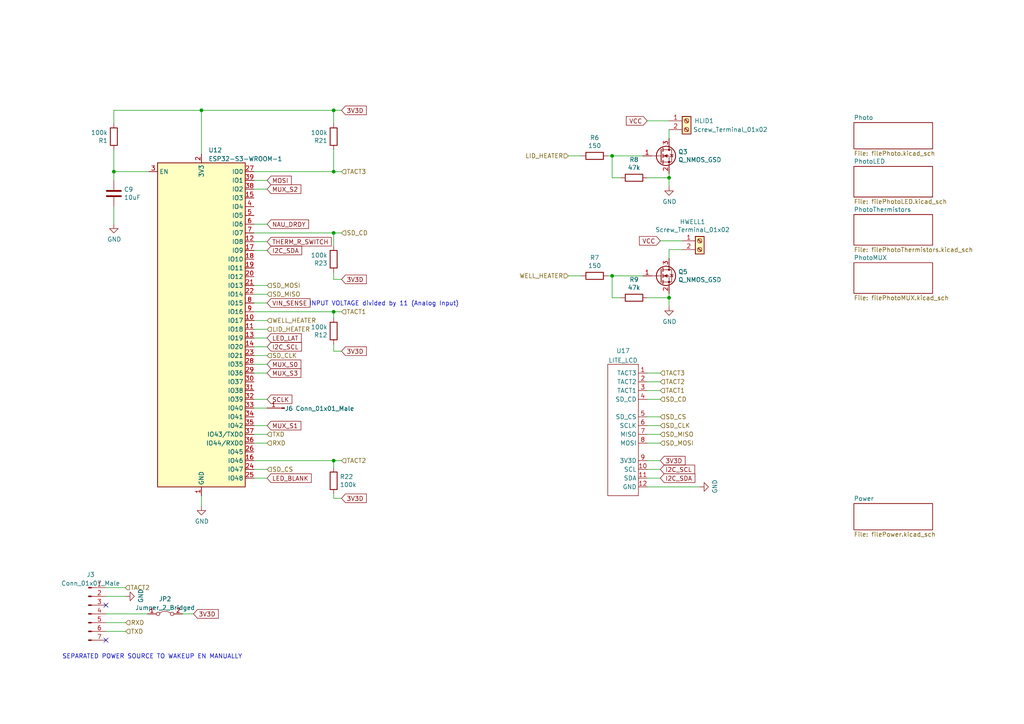
<source format=kicad_sch>
(kicad_sch (version 20211123) (generator eeschema)
  (paper "A4")
  (lib_symbols
    (symbol "Connector:Conn_01x01_Male" (pin_names (offset 1.016) hide)
      (property "Reference" "J" (at 0 2.54 0))
      (property "Value" "Conn_01x01_Male" (at 0 -2.54 0))
      (symbol "Conn_01x01_Male_1_1"
        (polyline (pts (xy 1.27 0) (xy 0.8636 0)) (stroke (width 0.1524)))
        (rectangle (start 0.8636 0.127) (end 0 -0.127) (stroke (width 0.1524)) (fill (type outline)))
        (pin passive line (at 5.08 0 180) (length 3.81) (name "Pin_1") (number "1"))
      )
    )
    (symbol "Connector:Conn_01x07_Male" (pin_names (offset 1.016) hide)
      (property "Reference" "J" (at 0 10.16 0))
      (property "Value" "Conn_01x07_Male" (at 0 -10.16 0))
      (symbol "Conn_01x07_Male_1_1"
        (polyline (pts (xy 1.27 -7.62) (xy 0.8636 -7.62)) (stroke (width 0.1524)))
        (polyline (pts (xy 1.27 -5.08) (xy 0.8636 -5.08)) (stroke (width 0.1524)))
        (polyline (pts (xy 1.27 -2.54) (xy 0.8636 -2.54)) (stroke (width 0.1524)))
        (polyline (pts (xy 1.27 0) (xy 0.8636 0)) (stroke (width 0.1524)))
        (polyline (pts (xy 1.27 2.54) (xy 0.8636 2.54)) (stroke (width 0.1524)))
        (polyline (pts (xy 1.27 5.08) (xy 0.8636 5.08)) (stroke (width 0.1524)))
        (polyline (pts (xy 1.27 7.62) (xy 0.8636 7.62)) (stroke (width 0.1524)))
        (rectangle (start 0.8636 -7.493) (end 0 -7.747) (stroke (width 0.1524)) (fill (type outline)))
        (rectangle (start 0.8636 -4.953) (end 0 -5.207) (stroke (width 0.1524)) (fill (type outline)))
        (rectangle (start 0.8636 -2.413) (end 0 -2.667) (stroke (width 0.1524)) (fill (type outline)))
        (rectangle (start 0.8636 0.127) (end 0 -0.127) (stroke (width 0.1524)) (fill (type outline)))
        (rectangle (start 0.8636 2.667) (end 0 2.413) (stroke (width 0.1524)) (fill (type outline)))
        (rectangle (start 0.8636 5.207) (end 0 4.953) (stroke (width 0.1524)) (fill (type outline)))
        (rectangle (start 0.8636 7.747) (end 0 7.493) (stroke (width 0.1524)) (fill (type outline)))
        (pin passive line (at 5.08 7.62 180) (length 3.81) (name "Pin_1") (number "1"))
        (pin passive line (at 5.08 5.08 180) (length 3.81) (name "Pin_2") (number "2"))
        (pin passive line (at 5.08 2.54 180) (length 3.81) (name "Pin_3") (number "3"))
        (pin passive line (at 5.08 0 180) (length 3.81) (name "Pin_4") (number "4"))
        (pin passive line (at 5.08 -2.54 180) (length 3.81) (name "Pin_5") (number "5"))
        (pin passive line (at 5.08 -5.08 180) (length 3.81) (name "Pin_6") (number "6"))
        (pin passive line (at 5.08 -7.62 180) (length 3.81) (name "Pin_7") (number "7"))
      )
    )
    (symbol "Connector:Screw_Terminal_01x02" (pin_names (offset 1.016) hide)
      (property "Reference" "J" (at 0 2.54 0))
      (property "Value" "Screw_Terminal_01x02" (at 0 -5.08 0))
      (symbol "Screw_Terminal_01x02_1_1"
        (rectangle (start -1.27 1.27) (end 1.27 -3.81) (stroke (width 0.254)) (fill (type background)))
        (circle (center 0 -2.54) (radius 0.635) (stroke (width 0.1524)))
        (polyline (pts (xy -0.5334 -2.2098) (xy 0.3302 -3.048)) (stroke (width 0.1524)))
        (polyline (pts (xy -0.5334 0.3302) (xy 0.3302 -0.508)) (stroke (width 0.1524)))
        (polyline (pts (xy -0.3556 -2.032) (xy 0.508 -2.8702)) (stroke (width 0.1524)))
        (polyline (pts (xy -0.3556 0.508) (xy 0.508 -0.3302)) (stroke (width 0.1524)))
        (circle (center 0 0) (radius 0.635) (stroke (width 0.1524)))
        (pin passive line (at -5.08 0 0) (length 3.81) (name "Pin_1") (number "1"))
        (pin passive line (at -5.08 -2.54 0) (length 3.81) (name "Pin_2") (number "2"))
      )
    )
    (symbol "Device:C" (pin_numbers hide) (pin_names (offset 0.254))
      (property "Reference" "C" (at 0.635 2.54 0))
      (property "Value" "C" (at 0.635 -2.54 0))
      (symbol "C_0_1"
        (polyline (pts (xy -2.032 -0.762) (xy 2.032 -0.762)) (stroke (width 0.508)))
        (polyline (pts (xy -2.032 0.762) (xy 2.032 0.762)) (stroke (width 0.508)))
      )
      (symbol "C_1_1"
        (pin passive line (at 0 3.81 270) (length 2.794) (name "~") (number "1"))
        (pin passive line (at 0 -3.81 90) (length 2.794) (name "~") (number "2"))
      )
    )
    (symbol "Device:Q_NMOS_GSD" (pin_names (offset 0) hide)
      (property "Reference" "Q" (at 5.08 1.27 0))
      (property "Value" "Q_NMOS_GSD" (at 5.08 -1.27 0))
      (symbol "Q_NMOS_GSD_0_1"
        (polyline (pts (xy 0.254 0) (xy -2.54 0)))
        (polyline (pts (xy 0.254 1.905) (xy 0.254 -1.905)) (stroke (width 0.254)))
        (polyline (pts (xy 0.762 -1.27) (xy 0.762 -2.286)) (stroke (width 0.254)))
        (polyline (pts (xy 0.762 0.508) (xy 0.762 -0.508)) (stroke (width 0.254)))
        (polyline (pts (xy 0.762 2.286) (xy 0.762 1.27)) (stroke (width 0.254)))
        (polyline (pts (xy 2.54 2.54) (xy 2.54 1.778)))
        (polyline (pts (xy 2.54 -2.54) (xy 2.54 0) (xy 0.762 0)))
        (polyline (pts (xy 0.762 -1.778) (xy 3.302 -1.778) (xy 3.302 1.778) (xy 0.762 1.778)))
        (polyline (pts (xy 1.016 0) (xy 2.032 0.381) (xy 2.032 -0.381) (xy 1.016 0)) (fill (type outline)))
        (polyline (pts (xy 2.794 0.508) (xy 2.921 0.381) (xy 3.683 0.381) (xy 3.81 0.254)))
        (polyline (pts (xy 3.302 0.381) (xy 2.921 -0.254) (xy 3.683 -0.254) (xy 3.302 0.381)))
        (circle (center 1.651 0) (radius 2.794) (stroke (width 0.254)))
        (circle (center 2.54 -1.778) (radius 0.254) (fill (type outline)))
        (circle (center 2.54 1.778) (radius 0.254) (fill (type outline)))
      )
      (symbol "Q_NMOS_GSD_1_1"
        (pin input line (at -5.08 0 0) (length 2.54) (name "G") (number "1"))
        (pin passive line (at 2.54 -5.08 90) (length 2.54) (name "S") (number "2"))
        (pin passive line (at 2.54 5.08 270) (length 2.54) (name "D") (number "3"))
      )
    )
    (symbol "Device:R" (pin_numbers hide) (pin_names (offset 0))
      (property "Reference" "R" (at 2.032 0 90))
      (property "Value" "R" (at 0 0 90))
      (symbol "R_0_1"
        (rectangle (start -1.016 -2.54) (end 1.016 2.54) (stroke (width 0.254)))
      )
      (symbol "R_1_1"
        (pin passive line (at 0 3.81 270) (length 1.27) (name "~") (number "1"))
        (pin passive line (at 0 -3.81 90) (length 1.27) (name "~") (number "2"))
      )
    )
    (symbol "Jumper:Jumper_2_Bridged" (pin_names (offset 0) hide)
      (property "Reference" "JP" (at 0 1.905 0))
      (property "Value" "Jumper_2_Bridged" (at 0 -2.54 0))
      (symbol "Jumper_2_Bridged_0_0"
        (circle (center -2.032 0) (radius 0.508))
        (circle (center 2.032 0) (radius 0.508))
      )
      (symbol "Jumper_2_Bridged_0_1"
        (arc (start 1.524 0.254) (mid 0 0.762) (end -1.524 0.254))
      )
      (symbol "Jumper_2_Bridged_1_1"
        (pin passive line (at -5.08 0 0) (length 2.54) (name "A") (number "1"))
        (pin passive line (at 5.08 0 180) (length 2.54) (name "B") (number "2"))
      )
    )
    (symbol "Ninja-qPCR:ESP32-­S3-­WROOM­-1"
      (property "Reference" "U" (at -12.7 34.29 0))
      (property "Value" "ESP32-­S3-­WROOM­-1" (at 1.27 34.29 0))
      (symbol "ESP32-­S3-­WROOM­-1_0_1"
        (rectangle (start -12.7 33.02) (end 12.7 -60.96) (stroke (width 0.254)) (fill (type background)))
      )
      (symbol "ESP32-­S3-­WROOM­-1_1_1"
        (pin power_in line (at 0 -63.5 90) (length 2.54) (name "GND") (number "1"))
        (pin bidirectional line (at 15.24 -12.7 180) (length 2.54) (name "IO17") (number "10"))
        (pin bidirectional line (at 15.24 -15.24 180) (length 2.54) (name "IO18") (number "11"))
        (pin bidirectional line (at 15.24 10.16 180) (length 2.54) (name "IO8") (number "12"))
        (pin bidirectional line (at 15.24 -17.78 180) (length 2.54) (name "IO19") (number "13"))
        (pin bidirectional line (at 15.24 -20.32 180) (length 2.54) (name "IO20") (number "14"))
        (pin bidirectional line (at 15.24 22.86 180) (length 2.54) (name "IO3") (number "15"))
        (pin bidirectional line (at 15.24 -53.34 180) (length 2.54) (name "IO46") (number "16"))
        (pin bidirectional line (at 15.24 7.62 180) (length 2.54) (name "IO9") (number "17"))
        (pin bidirectional line (at 15.24 5.08 180) (length 2.54) (name "IO10") (number "18"))
        (pin bidirectional line (at 15.24 2.54 180) (length 2.54) (name "IO11") (number "19"))
        (pin power_in line (at 0 35.56 270) (length 2.54) (name "3V3") (number "2"))
        (pin bidirectional line (at 15.24 0 180) (length 2.54) (name "IO12") (number "20"))
        (pin bidirectional line (at 15.24 -2.54 180) (length 2.54) (name "IO13") (number "21"))
        (pin bidirectional line (at 15.24 -5.08 180) (length 2.54) (name "IO14") (number "22"))
        (pin bidirectional line (at 15.24 -22.86 180) (length 2.54) (name "IO21") (number "23"))
        (pin bidirectional line (at 15.24 -55.88 180) (length 2.54) (name "IO47") (number "24"))
        (pin bidirectional line (at 15.24 -58.42 180) (length 2.54) (name "IO48") (number "25"))
        (pin bidirectional line (at 15.24 -50.8 180) (length 2.54) (name "IO45") (number "26"))
        (pin bidirectional line (at 15.24 30.48 180) (length 2.54) (name "IO0") (number "27"))
        (pin bidirectional line (at 15.24 -25.4 180) (length 2.54) (name "IO35") (number "28"))
        (pin bidirectional line (at 15.24 -27.94 180) (length 2.54) (name "IO36") (number "29"))
        (pin input line (at -15.24 30.48 0) (length 2.54) (name "EN") (number "3"))
        (pin bidirectional line (at 15.24 -30.48 180) (length 2.54) (name "IO37") (number "30"))
        (pin bidirectional line (at 15.24 -33.02 180) (length 2.54) (name "IO38") (number "31"))
        (pin bidirectional line (at 15.24 -35.56 180) (length 2.54) (name "IO39") (number "32"))
        (pin bidirectional line (at 15.24 -38.1 180) (length 2.54) (name "IO40") (number "33"))
        (pin bidirectional line (at 15.24 -40.64 180) (length 2.54) (name "IO41") (number "34"))
        (pin bidirectional line (at 15.24 -43.18 180) (length 2.54) (name "IO42") (number "35"))
        (pin bidirectional line (at 15.24 -48.26 180) (length 2.54) (name "IO44/RXD0") (number "36"))
        (pin bidirectional line (at 15.24 -45.72 180) (length 2.54) (name "IO43/TXD0") (number "37"))
        (pin bidirectional line (at 15.24 25.4 180) (length 2.54) (name "IO2") (number "38"))
        (pin bidirectional line (at 15.24 27.94 180) (length 2.54) (name "IO1") (number "39"))
        (pin input line (at 15.24 20.32 180) (length 2.54) (name "IO4") (number "4"))
        (pin passive line (at 0 -63.5 90) (length 2.54) hide (name "GND") (number "40"))
        (pin passive line (at 0 -63.5 90) (length 2.54) hide (name "GND") (number "41"))
        (pin input line (at 15.24 17.78 180) (length 2.54) (name "IO5") (number "5"))
        (pin input line (at 15.24 15.24 180) (length 2.54) (name "IO6") (number "6"))
        (pin input line (at 15.24 12.7 180) (length 2.54) (name "IO7") (number "7"))
        (pin bidirectional line (at 15.24 -7.62 180) (length 2.54) (name "IO15") (number "8"))
        (pin bidirectional line (at 15.24 -10.16 180) (length 2.54) (name "IO16") (number "9"))
      )
    )
    (symbol "Ninja-qPCR:LITE_LCD"
      (property "Reference" "U" (at -3.81 3.81 0))
      (property "Value" "LITE_LCD" (at -3.81 -36.83 0))
      (symbol "LITE_LCD_0_1"
        (rectangle (start 0 2.54) (end -8.89 -35.56) (stroke (width 0.1524)))
      )
      (symbol "LITE_LCD_1_1"
        (pin input line (at 2.54 0 180) (length 2.54) (name "TACT3") (number "1"))
        (pin input line (at 2.54 -27.94 180) (length 2.54) (name "SCL") (number "10"))
        (pin input line (at 2.54 -30.48 180) (length 2.54) (name "SDA") (number "11"))
        (pin input line (at 2.54 -33.02 180) (length 2.54) (name "GND") (number "12"))
        (pin input line (at 2.54 -2.54 180) (length 2.54) (name "TACT2") (number "2"))
        (pin input line (at 2.54 -5.08 180) (length 2.54) (name "TACT1") (number "3"))
        (pin input line (at 2.54 -7.62 180) (length 2.54) (name "SD_CD") (number "4"))
        (pin input line (at 2.54 -12.7 180) (length 2.54) (name "SD_CS") (number "5"))
        (pin input line (at 2.54 -15.24 180) (length 2.54) (name "SCLK") (number "6"))
        (pin input line (at 2.54 -17.78 180) (length 2.54) (name "MISO") (number "7"))
        (pin input line (at 2.54 -20.32 180) (length 2.54) (name "MOSI") (number "8"))
        (pin input line (at 2.54 -25.4 180) (length 2.54) (name "3V3D") (number "9"))
      )
    )
    (symbol "power:GND" (power) (pin_names (offset 0))
      (property "Value" "GND" (at 0 -3.81 0))
      (symbol "GND_0_1"
        (polyline (pts (xy 0 0) (xy 0 -1.27) (xy 1.27 -1.27) (xy 0 -2.54) (xy -1.27 -1.27) (xy 0 -1.27)))
      )
      (symbol "GND_1_1"
        (pin power_in line (at 0 0 270) (length 0) hide (name "GND") (number "1"))
      )
    )
  )
  (junction (at 177.546 45.212))
  (junction (at 33.02 49.784))
  (junction (at 96.774 133.604))
  (junction (at 194.056 86.36))
  (junction (at 58.42 32.004))
  (junction (at 96.774 49.784))
  (junction (at 96.774 32.004))
  (junction (at 194.056 51.562))
  (junction (at 96.774 90.424))
  (junction (at 96.774 67.564))
  (junction (at 177.546 80.01))
  (no_connect (at 30.734 185.674))
  (no_connect (at 30.734 175.514))
  (wire (pts (xy 99.06 144.526) (xy 96.774 144.526)))
  (wire (pts (xy 187.706 51.562) (xy 194.056 51.562)))
  (wire (pts (xy 73.66 70.104) (xy 77.47 70.104)))
  (wire (pts (xy 177.546 80.01) (xy 176.276 80.01)))
  (wire (pts (xy 73.66 115.824) (xy 77.47 115.824)))
  (wire (pts (xy 177.546 51.562) (xy 177.546 45.212)))
  (wire (pts (xy 96.774 49.784) (xy 99.06 49.784)))
  (wire (pts (xy 197.866 72.39) (xy 194.056 72.39)))
  (wire (pts (xy 187.706 125.984) (xy 191.516 125.984)))
  (wire (pts (xy 191.516 69.85) (xy 197.866 69.85)))
  (wire (pts (xy 73.66 65.024) (xy 77.47 65.024)))
  (wire (pts (xy 73.66 82.804) (xy 77.47 82.804)))
  (wire (pts (xy 96.774 43.434) (xy 96.774 49.784)))
  (wire (pts (xy 177.546 86.36) (xy 177.546 80.01)))
  (wire (pts (xy 186.436 45.212) (xy 177.546 45.212)))
  (wire (pts (xy 58.42 32.004) (xy 33.02 32.004)))
  (wire (pts (xy 58.42 32.004) (xy 96.774 32.004)))
  (wire (pts (xy 73.66 128.524) (xy 77.47 128.524)))
  (wire (pts (xy 73.66 90.424) (xy 96.774 90.424)))
  (wire (pts (xy 33.02 43.434) (xy 33.02 49.784)))
  (wire (pts (xy 187.706 120.904) (xy 191.516 120.904)))
  (wire (pts (xy 33.02 32.004) (xy 33.02 35.814)))
  (wire (pts (xy 187.706 136.144) (xy 191.516 136.144)))
  (wire (pts (xy 96.774 67.564) (xy 96.774 71.374)))
  (wire (pts (xy 73.66 92.964) (xy 77.47 92.964)))
  (wire (pts (xy 187.706 141.224) (xy 202.946 141.224)))
  (wire (pts (xy 30.734 172.974) (xy 36.449 172.974)))
  (wire (pts (xy 187.706 86.36) (xy 194.056 86.36)))
  (wire (pts (xy 73.66 133.604) (xy 96.774 133.604)))
  (wire (pts (xy 187.706 115.824) (xy 191.516 115.824)))
  (wire (pts (xy 180.086 86.36) (xy 177.546 86.36)))
  (wire (pts (xy 73.66 138.684) (xy 77.47 138.684)))
  (wire (pts (xy 73.66 100.584) (xy 77.47 100.584)))
  (wire (pts (xy 96.774 81.026) (xy 96.774 78.994)))
  (wire (pts (xy 194.056 88.9) (xy 194.056 86.36)))
  (wire (pts (xy 73.66 54.864) (xy 77.47 54.864)))
  (wire (pts (xy 96.774 90.424) (xy 99.06 90.424)))
  (wire (pts (xy 187.706 133.604) (xy 191.516 133.604)))
  (wire (pts (xy 73.66 52.324) (xy 77.47 52.324)))
  (wire (pts (xy 164.846 80.01) (xy 168.656 80.01)))
  (wire (pts (xy 96.774 99.822) (xy 96.774 101.854)))
  (wire (pts (xy 73.66 85.344) (xy 77.47 85.344)))
  (wire (pts (xy 33.02 49.784) (xy 43.18 49.784)))
  (wire (pts (xy 96.774 67.564) (xy 99.06 67.564)))
  (wire (pts (xy 33.02 59.944) (xy 33.02 65.024)))
  (wire (pts (xy 96.774 90.424) (xy 96.774 92.202)))
  (wire (pts (xy 73.66 67.564) (xy 96.774 67.564)))
  (wire (pts (xy 58.42 143.764) (xy 58.42 146.812)))
  (wire (pts (xy 73.66 105.664) (xy 77.47 105.664)))
  (wire (pts (xy 58.42 32.004) (xy 58.42 44.704)))
  (wire (pts (xy 73.66 118.364) (xy 77.47 118.364)))
  (wire (pts (xy 30.734 178.054) (xy 42.799 178.054)))
  (wire (pts (xy 73.66 136.144) (xy 77.47 136.144)))
  (wire (pts (xy 186.436 80.01) (xy 177.546 80.01)))
  (wire (pts (xy 194.056 86.36) (xy 194.056 85.09)))
  (wire (pts (xy 194.056 72.39) (xy 194.056 74.93)))
  (wire (pts (xy 73.66 98.044) (xy 77.47 98.044)))
  (wire (pts (xy 73.66 125.984) (xy 77.47 125.984)))
  (wire (pts (xy 73.66 108.204) (xy 77.47 108.204)))
  (wire (pts (xy 30.734 170.434) (xy 36.322 170.434)))
  (wire (pts (xy 30.734 183.134) (xy 36.449 183.134)))
  (wire (pts (xy 73.66 123.444) (xy 77.47 123.444)))
  (wire (pts (xy 73.66 103.124) (xy 77.47 103.124)))
  (wire (pts (xy 187.706 128.524) (xy 191.516 128.524)))
  (wire (pts (xy 96.774 81.026) (xy 99.06 81.026)))
  (wire (pts (xy 96.774 133.604) (xy 99.06 133.604)))
  (wire (pts (xy 187.706 138.684) (xy 191.516 138.684)))
  (wire (pts (xy 33.02 49.784) (xy 33.02 52.324)))
  (wire (pts (xy 187.706 110.744) (xy 191.516 110.744)))
  (wire (pts (xy 30.734 180.594) (xy 36.449 180.594)))
  (wire (pts (xy 96.774 32.004) (xy 99.06 32.004)))
  (wire (pts (xy 164.846 45.212) (xy 168.656 45.212)))
  (wire (pts (xy 73.66 87.884) (xy 77.47 87.884)))
  (wire (pts (xy 73.66 72.644) (xy 77.47 72.644)))
  (wire (pts (xy 73.66 95.504) (xy 77.47 95.504)))
  (wire (pts (xy 96.774 133.604) (xy 96.774 135.636)))
  (wire (pts (xy 194.056 51.562) (xy 194.056 50.292)))
  (wire (pts (xy 52.959 178.054) (xy 56.134 178.054)))
  (wire (pts (xy 177.546 45.212) (xy 176.276 45.212)))
  (wire (pts (xy 99.06 101.854) (xy 96.774 101.854)))
  (wire (pts (xy 187.706 123.444) (xy 191.516 123.444)))
  (wire (pts (xy 194.056 37.592) (xy 194.056 40.132)))
  (wire (pts (xy 187.706 113.284) (xy 191.516 113.284)))
  (wire (pts (xy 194.056 54.102) (xy 194.056 51.562)))
  (wire (pts (xy 96.774 32.004) (xy 96.774 35.814)))
  (wire (pts (xy 73.66 49.784) (xy 96.774 49.784)))
  (wire (pts (xy 96.774 144.526) (xy 96.774 143.256)))
  (wire (pts (xy 180.086 51.562) (xy 177.546 51.562)))
  (wire (pts (xy 187.706 35.052) (xy 194.056 35.052)))
  (wire (pts (xy 187.706 108.204) (xy 191.516 108.204)))
  (text "SEPARATED POWER SOURCE TO WAKEUP EN MANUALLY" (at 18.034 191.262 0) (effects (font (size 1.27 1.27)) (justify left bottom)))
  (text "INPUT VOLTAGE divided by 11 (Analog Input)" (at 89.662 88.9 0) (effects (font (size 1.27 1.27)) (justify left bottom)))
  (global_label "3V3D" (shape input) (at 191.516 133.604 0) (property "Intersheet References" "${INTERSHEET_REFS}" (effects hide)))
  (global_label "SCLK" (shape input) (at 77.47 115.824 0) (property "Intersheet References" "${INTERSHEET_REFS}" (effects hide)))
  (global_label "I2C_SCL" (shape input) (at 191.516 136.144 0) (property "Intersheet References" "${INTERSHEET_REFS}" (effects hide)))
  (global_label "LED_LAT" (shape input) (at 77.47 98.044 0) (property "Intersheet References" "${INTERSHEET_REFS}" (effects hide)))
  (global_label "MUX_S3" (shape input) (at 77.47 108.204 0) (property "Intersheet References" "${INTERSHEET_REFS}" (effects hide)))
  (global_label "I2C_SDA" (shape input) (at 77.47 72.644 0) (property "Intersheet References" "${INTERSHEET_REFS}" (effects hide)))
  (global_label "THERM_R_SWITCH" (shape input) (at 77.47 70.104 0) (property "Intersheet References" "${INTERSHEET_REFS}" (effects hide)))
  (global_label "3V3D" (shape input) (at 99.06 101.854 0) (property "Intersheet References" "${INTERSHEET_REFS}" (effects hide)))
  (global_label "NAU_DRDY" (shape input) (at 77.47 65.024 0) (property "Intersheet References" "${INTERSHEET_REFS}" (effects hide)))
  (global_label "MUX_S1" (shape input) (at 77.47 123.444 0) (property "Intersheet References" "${INTERSHEET_REFS}" (effects hide)))
  (global_label "MOSI" (shape input) (at 77.47 52.324 0) (property "Intersheet References" "${INTERSHEET_REFS}" (effects hide)))
  (global_label "3V3D" (shape input) (at 99.06 144.526 0) (property "Intersheet References" "${INTERSHEET_REFS}" (effects hide)))
  (global_label "VCC" (shape input) (at 191.516 69.85 180) (property "Intersheet References" "${INTERSHEET_REFS}" (effects hide)))
  (global_label "I2C_SDA" (shape input) (at 191.516 138.684 0) (property "Intersheet References" "${INTERSHEET_REFS}" (effects hide)))
  (global_label "I2C_SCL" (shape input) (at 77.47 100.584 0) (property "Intersheet References" "${INTERSHEET_REFS}" (effects hide)))
  (global_label "3V3D" (shape input) (at 99.06 81.026 0) (property "Intersheet References" "${INTERSHEET_REFS}" (effects hide)))
  (global_label "3V3D" (shape input) (at 99.06 32.004 0) (property "Intersheet References" "${INTERSHEET_REFS}" (effects hide)))
  (global_label "VCC" (shape input) (at 187.706 35.052 180) (property "Intersheet References" "${INTERSHEET_REFS}" (effects hide)))
  (global_label "MUX_S0" (shape input) (at 77.47 105.664 0) (property "Intersheet References" "${INTERSHEET_REFS}" (effects hide)))
  (global_label "LED_BLANK" (shape input) (at 77.47 138.684 0) (property "Intersheet References" "${INTERSHEET_REFS}" (effects hide)))
  (global_label "VIN_SENSE" (shape input) (at 77.47 87.884 0) (property "Intersheet References" "${INTERSHEET_REFS}" (effects hide)))
  (global_label "MUX_S2" (shape input) (at 77.47 54.864 0) (property "Intersheet References" "${INTERSHEET_REFS}" (effects hide)))
  (global_label "3V3D" (shape input) (at 56.134 178.054 0) (property "Intersheet References" "${INTERSHEET_REFS}" (effects hide)))
  (hierarchical_label "WELL_HEATER" (shape input) (at 77.47 92.964 0))
  (hierarchical_label "TACT2" (shape input) (at 99.06 133.604 0))
  (hierarchical_label "SD_CLK" (shape input) (at 191.516 123.444 0))
  (hierarchical_label "SD_CD" (shape input) (at 191.516 115.824 0))
  (hierarchical_label "RXD" (shape input) (at 36.449 180.594 0))
  (hierarchical_label "SD_MOSI" (shape input) (at 191.516 128.524 0))
  (hierarchical_label "TACT1" (shape input) (at 99.06 90.424 0))
  (hierarchical_label "SD_MOSI" (shape input) (at 77.47 82.804 0))
  (hierarchical_label "SD_MISO" (shape input) (at 191.516 125.984 0))
  (hierarchical_label "TACT1" (shape input) (at 191.516 113.284 0))
  (hierarchical_label "TACT2" (shape input) (at 191.516 110.744 0))
  (hierarchical_label "SD_CLK" (shape input) (at 77.47 103.124 0))
  (hierarchical_label "LID_HEATER" (shape input) (at 164.846 45.212 180))
  (hierarchical_label "SD_CD" (shape input) (at 99.06 67.564 0))
  (hierarchical_label "RXD" (shape input) (at 77.47 128.524 0))
  (hierarchical_label "SD_CS" (shape input) (at 77.47 136.144 0))
  (hierarchical_label "TXD" (shape input) (at 77.47 125.984 0))
  (hierarchical_label "LID_HEATER" (shape input) (at 77.47 95.504 0))
  (hierarchical_label "SD_CS" (shape input) (at 191.516 120.904 0))
  (hierarchical_label "TACT3" (shape input) (at 99.06 49.784 0))
  (hierarchical_label "TACT2" (shape input) (at 36.322 170.434 0))
  (hierarchical_label "WELL_HEATER" (shape input) (at 164.846 80.01 180))
  (hierarchical_label "TXD" (shape input) (at 36.449 183.134 0))
  (hierarchical_label "TACT3" (shape input) (at 191.516 108.204 0))
  (hierarchical_label "SD_MISO" (shape input) (at 77.47 85.344 0))
  (symbol (lib_id "Device:R") (at 183.896 51.562 270) (unit 1)
    (property "Reference" "R8" (at 183.896 46.3042 90))
    (property "Value" "47k" (at 183.896 48.6156 90))
    (property "Footprint" "Resistor_SMD:R_0603_1608Metric" (effects hide))
  )
  (symbol (lib_id "Device:R") (at 172.466 45.212 270) (unit 1)
    (property "Reference" "R6" (at 172.466 39.9542 90))
    (property "Value" "150" (at 172.466 42.2656 90))
    (property "Footprint" "Resistor_SMD:R_0603_1608Metric" (effects hide))
  )
  (symbol (lib_id "power:GND") (at 194.056 54.102 0) (unit 1)
    (property "Reference" "#PWR05" (effects hide))
    (property "Value" "GND" (at 194.183 58.4962 0))
  )
  (symbol (lib_id "Device:Q_NMOS_GSD") (at 191.516 45.212 0) (unit 1)
    (property "Reference" "Q3" (at 196.6976 44.0436 0) (effects (justify left)))
    (property "Value" "Q_NMOS_GSD" (at 196.6976 46.355 0) (effects (justify left)))
    (property "Footprint" "Ninja-qPCR:SOT95P240X112-3N" (effects hide))
  )
  (symbol (lib_id "Device:R") (at 183.896 86.36 270) (unit 1)
    (property "Reference" "R9" (at 183.896 81.1022 90))
    (property "Value" "47k" (at 183.896 83.4136 90))
    (property "Footprint" "Resistor_SMD:R_0603_1608Metric" (effects hide))
  )
  (symbol (lib_id "Device:R") (at 172.466 80.01 270) (unit 1)
    (property "Reference" "R7" (at 172.466 74.7522 90))
    (property "Value" "150" (at 172.466 77.0636 90))
    (property "Footprint" "Resistor_SMD:R_0603_1608Metric" (effects hide))
  )
  (symbol (lib_id "power:GND") (at 194.056 88.9 0) (unit 1)
    (property "Reference" "#PWR07" (effects hide))
    (property "Value" "GND" (at 194.183 93.2942 0))
  )
  (symbol (lib_id "Device:Q_NMOS_GSD") (at 191.516 80.01 0) (unit 1)
    (property "Reference" "Q5" (at 196.6976 78.8416 0) (effects (justify left)))
    (property "Value" "Q_NMOS_GSD" (at 196.6976 81.153 0) (effects (justify left)))
    (property "Footprint" "Ninja-qPCR:SOT95P240X112-3N" (effects hide))
  )
  (symbol (lib_id "Connector:Screw_Terminal_01x02") (at 202.946 69.85 0) (unit 1)
    (property "Reference" "HWELL1" (at 200.8632 64.3382 0))
    (property "Value" "Screw_Terminal_01x02" (at 200.8632 66.6496 0))
    (property "Footprint" "Ninja-qPCR:TB_SeeedOPL_320110028" (effects hide))
  )
  (symbol (lib_id "Connector:Screw_Terminal_01x02") (at 199.136 35.052 0) (unit 1)
    (property "Reference" "HLID1" (at 204.216 35.052 0))
    (property "Value" "Screw_Terminal_01x02" (at 211.836 37.592 0))
    (property "Footprint" "Ninja-qPCR:TB_SeeedOPL_320110028" (effects hide))
  )
  (symbol (lib_id "power:GND") (at 36.449 172.974 90) (unit 1)
    (property "Reference" "#PWR0101" (effects hide))
    (property "Value" "GND" (at 40.8432 172.847 0))
  )
  (symbol (lib_id "power:GND") (at 58.42 146.812 0) (unit 1)
    (property "Reference" "#PWR0104" (effects hide))
    (property "Value" "GND" (at 58.547 151.2062 0))
  )
  (symbol (lib_id "Connector:Conn_01x07_Male") (at 25.654 178.054 0) (unit 1)
    (property "Reference" "J3" (at 26.289 166.658 0))
    (property "Value" "Conn_01x07_Male" (at 26.289 169.1949 0))
    (property "Footprint" "Connector_PinSocket_2.54mm:PinSocket_1x07_P2.54mm_Horizontal" (effects hide))
  )
  (symbol (lib_id "Jumper:Jumper_2_Bridged") (at 47.879 178.054 0) (unit 1)
    (property "Reference" "JP2" (at 47.879 173.7192 0))
    (property "Value" "Jumper_2_Bridged" (at 47.879 176.2561 0))
    (property "Footprint" "Jumper:SolderJumper-2_P1.3mm_Open_TrianglePad1.0x1.5mm" (effects hide))
  )
  (symbol (lib_id "Connector:Conn_01x01_Male") (at 82.55 118.364 0) (mirror y) (unit 1)
    (property "Reference" "J6" (at 83.82 118.491 0))
    (property "Value" "Conn_01x01_Male" (at 94.234 118.491 0))
    (property "Footprint" "Pin_Headers:Pin_Header_Straight_1x01_Pitch1.27mm" (effects hide))
  )
  (symbol (lib_id "Device:R") (at 96.774 96.012 180) (unit 1)
    (property "Reference" "R12" (at 94.996 97.1804 0) (effects (justify left)))
    (property "Value" "100k" (at 94.996 94.869 0) (effects (justify left)))
    (property "Footprint" "Resistor_SMD:R_0603_1608Metric" (effects hide))
  )
  (symbol (lib_id "Device:R") (at 96.774 39.624 180) (unit 1)
    (property "Reference" "R21" (at 94.996 40.7924 0) (effects (justify left)))
    (property "Value" "100k" (at 94.996 38.481 0) (effects (justify left)))
    (property "Footprint" "Resistor_SMD:R_0603_1608Metric" (effects hide))
  )
  (symbol (lib_id "Device:R") (at 33.02 39.624 180) (unit 1)
    (property "Reference" "R1" (at 31.242 40.7924 0) (effects (justify left)))
    (property "Value" "100k" (at 31.242 38.481 0) (effects (justify left)))
    (property "Footprint" "Resistor_SMD:R_0603_1608Metric" (effects hide))
  )
  (symbol (lib_id "Device:C") (at 33.02 56.134 0) (unit 1)
    (property "Reference" "C9" (at 35.941 54.9656 0) (effects (justify left)))
    (property "Value" "10uF" (at 35.941 57.277 0) (effects (justify left)))
    (property "Footprint" "Capacitor_SMD:C_0805_2012Metric" (effects hide))
  )
  (symbol (lib_id "Device:R") (at 96.774 75.184 180) (unit 1)
    (property "Reference" "R23" (at 94.996 76.3524 0) (effects (justify left)))
    (property "Value" "100k" (at 94.996 74.041 0) (effects (justify left)))
    (property "Footprint" "Resistor_SMD:R_0603_1608Metric" (effects hide))
  )
  (symbol (lib_id "Device:R") (at 96.774 139.446 0) (unit 1)
    (property "Reference" "R22" (at 98.552 138.2776 0) (effects (justify left)))
    (property "Value" "100k" (at 98.552 140.589 0) (effects (justify left)))
    (property "Footprint" "Resistor_SMD:R_0603_1608Metric" (effects hide))
  )
  (symbol (lib_id "Ninja-qPCR:ESP32-­S3-­WROOM­-1") (at 58.42 80.264 0) (unit 1)
    (property "Reference" "U12" (at 60.4394 43.5442 0) (effects (justify left)))
    (property "Value" "ESP32-­S3-­WROOM­-1" (at 60.4394 46.0811 0) (effects (justify left)))
    (property "Footprint" "Ninja-qPCR:ESP32-S3-WROOM-1" (effects hide))
    (property "Datasheet" "https://www.espressif.com/sites/default/files/documentation/esp32-wroom-32_datasheet_en.pdf" (effects hide))
  )
  (symbol (lib_id "power:GND") (at 202.946 141.224 90) (unit 1)
    (property "Reference" "#PWR0140" (effects hide))
    (property "Value" "GND" (at 207.3402 141.097 0))
  )
  (symbol (lib_id "power:GND") (at 33.02 65.024 0) (unit 1)
    (property "Reference" "#PWR0103" (effects hide))
    (property "Value" "GND" (at 33.147 69.4182 0))
  )
  (symbol (lib_id "Ninja-qPCR:LITE_LCD") (at 185.166 108.204 0) (unit 1)
    (property "Reference" "U17" (at 180.721 101.7483 0))
    (property "Value" "LITE_LCD" (at 180.721 104.5234 0))
    (property "Footprint" "Ninja-qPCR:LITE_LCD" (effects hide))
  )
  (sheet (at 247.65 35.56) (size 22.86 7.62)
    (property "Sheet name" "Photo" (at 247.65 34.8484 0) (effects (justify left bottom)))
    (property "Sheet file" "filePhoto.kicad_sch" (at 247.65 43.7646 0) (effects (justify left top)))
  )
  (sheet (at 247.65 48.26) (size 22.86 8.89)
    (property "Sheet name" "PhotoLED" (at 247.65 47.5484 0) (effects (justify left bottom)))
    (property "Sheet file" "filePhotoLED.kicad_sch" (at 247.65 57.7346 0) (effects (justify left top)))
  )
  (sheet (at 247.65 62.23) (size 22.86 8.89)
    (property "Sheet name" "PhotoThermistors" (at 247.65 61.5184 0) (effects (justify left bottom)))
    (property "Sheet file" "filePhotoThermistors.kicad_sch" (at 247.65 71.7046 0) (effects (justify left top)))
  )
  (sheet (at 247.65 76.2) (size 22.86 8.89)
    (property "Sheet name" "PhotoMUX" (at 247.65 75.4884 0) (effects (justify left bottom)))
    (property "Sheet file" "filePhotoMUX.kicad_sch" (at 247.65 85.6746 0) (effects (justify left top)))
  )
  (sheet (at 247.65 146.05) (size 22.86 7.62) (stroke (width 0.1524))
    (property "Sheet name" "Power" (at 247.65 145.3384 0) (effects (justify left bottom)))
    (property "Sheet file" "filePower.kicad_sch" (at 247.65 154.2546 0) (effects (justify left top)))
  )
)
</source>
